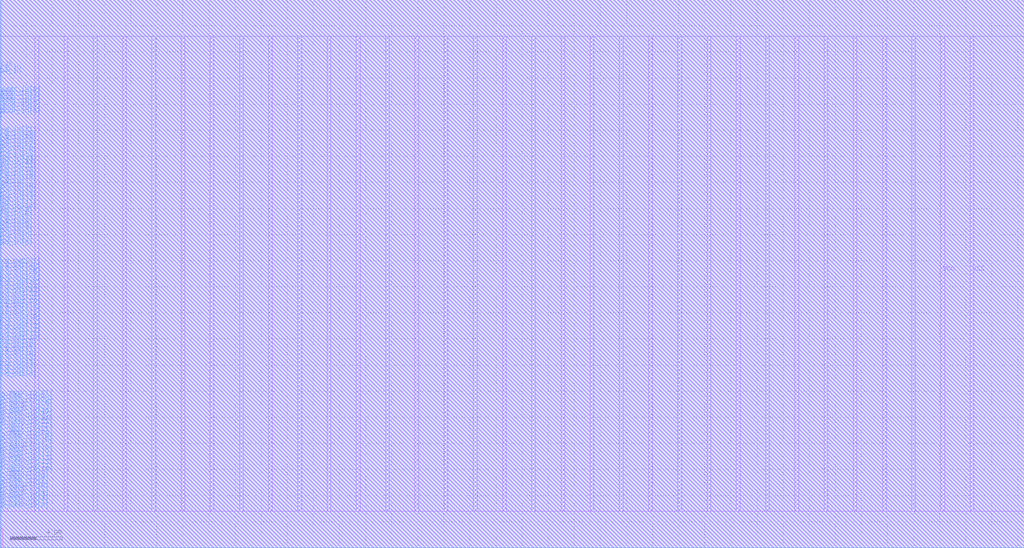
<source format=lef>
VERSION 5.7 ;
BUSBITCHARS "[]" ;
MACRO fakeram45_128x32_bottom
  FOREIGN fakeram45_128x32_bottom 0 0 ;
  SYMMETRY X Y R90 ;
  SIZE 0.19 BY 1.4 ;
  CLASS BLOCK ;
  PIN w_mask_in[0]
    DIRECTION INPUT ;
    USE SIGNAL ;
    SHAPE ABUTMENT ;
    PORT
      LAYER metal3 ;
      RECT 0.000 2.800 0.070 2.870 ;
    END
  END w_mask_in[0]
  PIN w_mask_in[1]
    DIRECTION INPUT ;
    USE SIGNAL ;
    SHAPE ABUTMENT ;
    PORT
      LAYER metal3 ;
      RECT 0.000 3.080 0.070 3.150 ;
    END
  END w_mask_in[1]
  PIN w_mask_in[2]
    DIRECTION INPUT ;
    USE SIGNAL ;
    SHAPE ABUTMENT ;
    PORT
      LAYER metal3 ;
      RECT 0.000 3.360 0.070 3.430 ;
    END
  END w_mask_in[2]
  PIN w_mask_in[3]
    DIRECTION INPUT ;
    USE SIGNAL ;
    SHAPE ABUTMENT ;
    PORT
      LAYER metal3 ;
      RECT 0.000 3.640 0.070 3.710 ;
    END
  END w_mask_in[3]
  PIN w_mask_in[4]
    DIRECTION INPUT ;
    USE SIGNAL ;
    SHAPE ABUTMENT ;
    PORT
      LAYER metal3 ;
      RECT 0.000 3.920 0.070 3.990 ;
    END
  END w_mask_in[4]
  PIN w_mask_in[5]
    DIRECTION INPUT ;
    USE SIGNAL ;
    SHAPE ABUTMENT ;
    PORT
      LAYER metal3 ;
      RECT 0.000 4.200 0.070 4.270 ;
    END
  END w_mask_in[5]
  PIN w_mask_in[6]
    DIRECTION INPUT ;
    USE SIGNAL ;
    SHAPE ABUTMENT ;
    PORT
      LAYER metal3 ;
      RECT 0.000 4.480 0.070 4.550 ;
    END
  END w_mask_in[6]
  PIN w_mask_in[7]
    DIRECTION INPUT ;
    USE SIGNAL ;
    SHAPE ABUTMENT ;
    PORT
      LAYER metal3 ;
      RECT 0.000 4.760 0.070 4.830 ;
    END
  END w_mask_in[7]
  PIN w_mask_in[8]
    DIRECTION INPUT ;
    USE SIGNAL ;
    SHAPE ABUTMENT ;
    PORT
      LAYER metal3 ;
      RECT 0.000 5.040 0.070 5.110 ;
    END
  END w_mask_in[8]
  PIN w_mask_in[9]
    DIRECTION INPUT ;
    USE SIGNAL ;
    SHAPE ABUTMENT ;
    PORT
      LAYER metal3 ;
      RECT 0.000 5.320 0.070 5.390 ;
    END
  END w_mask_in[9]
  PIN w_mask_in[10]
    DIRECTION INPUT ;
    USE SIGNAL ;
    SHAPE ABUTMENT ;
    PORT
      LAYER metal3 ;
      RECT 0.000 5.600 0.070 5.670 ;
    END
  END w_mask_in[10]
  PIN w_mask_in[11]
    DIRECTION INPUT ;
    USE SIGNAL ;
    SHAPE ABUTMENT ;
    PORT
      LAYER metal3 ;
      RECT 0.000 5.880 0.070 5.950 ;
    END
  END w_mask_in[11]
  PIN w_mask_in[12]
    DIRECTION INPUT ;
    USE SIGNAL ;
    SHAPE ABUTMENT ;
    PORT
      LAYER metal3 ;
      RECT 0.000 6.160 0.070 6.230 ;
    END
  END w_mask_in[12]
  PIN w_mask_in[13]
    DIRECTION INPUT ;
    USE SIGNAL ;
    SHAPE ABUTMENT ;
    PORT
      LAYER metal3 ;
      RECT 0.000 6.440 0.070 6.510 ;
    END
  END w_mask_in[13]
  PIN w_mask_in[14]
    DIRECTION INPUT ;
    USE SIGNAL ;
    SHAPE ABUTMENT ;
    PORT
      LAYER metal3 ;
      RECT 0.000 6.720 0.070 6.790 ;
    END
  END w_mask_in[14]
  PIN w_mask_in[15]
    DIRECTION INPUT ;
    USE SIGNAL ;
    SHAPE ABUTMENT ;
    PORT
      LAYER metal3 ;
      RECT 0.000 7.000 0.070 7.070 ;
    END
  END w_mask_in[15]
  PIN w_mask_in[16]
    DIRECTION INPUT ;
    USE SIGNAL ;
    SHAPE ABUTMENT ;
    PORT
      LAYER metal3 ;
      RECT 0.000 7.280 0.070 7.350 ;
    END
  END w_mask_in[16]
  PIN w_mask_in[17]
    DIRECTION INPUT ;
    USE SIGNAL ;
    SHAPE ABUTMENT ;
    PORT
      LAYER metal3 ;
      RECT 0.000 7.560 0.070 7.630 ;
    END
  END w_mask_in[17]
  PIN w_mask_in[18]
    DIRECTION INPUT ;
    USE SIGNAL ;
    SHAPE ABUTMENT ;
    PORT
      LAYER metal3 ;
      RECT 0.000 7.840 0.070 7.910 ;
    END
  END w_mask_in[18]
  PIN w_mask_in[19]
    DIRECTION INPUT ;
    USE SIGNAL ;
    SHAPE ABUTMENT ;
    PORT
      LAYER metal3 ;
      RECT 0.000 8.120 0.070 8.190 ;
    END
  END w_mask_in[19]
  PIN w_mask_in[20]
    DIRECTION INPUT ;
    USE SIGNAL ;
    SHAPE ABUTMENT ;
    PORT
      LAYER metal3 ;
      RECT 0.000 8.400 0.070 8.470 ;
    END
  END w_mask_in[20]
  PIN w_mask_in[21]
    DIRECTION INPUT ;
    USE SIGNAL ;
    SHAPE ABUTMENT ;
    PORT
      LAYER metal3 ;
      RECT 0.000 8.680 0.070 8.750 ;
    END
  END w_mask_in[21]
  PIN w_mask_in[22]
    DIRECTION INPUT ;
    USE SIGNAL ;
    SHAPE ABUTMENT ;
    PORT
      LAYER metal3 ;
      RECT 0.000 8.960 0.070 9.030 ;
    END
  END w_mask_in[22]
  PIN w_mask_in[23]
    DIRECTION INPUT ;
    USE SIGNAL ;
    SHAPE ABUTMENT ;
    PORT
      LAYER metal3 ;
      RECT 0.000 9.240 0.070 9.310 ;
    END
  END w_mask_in[23]
  PIN w_mask_in[24]
    DIRECTION INPUT ;
    USE SIGNAL ;
    SHAPE ABUTMENT ;
    PORT
      LAYER metal3 ;
      RECT 0.000 9.520 0.070 9.590 ;
    END
  END w_mask_in[24]
  PIN w_mask_in[25]
    DIRECTION INPUT ;
    USE SIGNAL ;
    SHAPE ABUTMENT ;
    PORT
      LAYER metal3 ;
      RECT 0.000 9.800 0.070 9.870 ;
    END
  END w_mask_in[25]
  PIN w_mask_in[26]
    DIRECTION INPUT ;
    USE SIGNAL ;
    SHAPE ABUTMENT ;
    PORT
      LAYER metal3 ;
      RECT 0.000 10.080 0.070 10.150 ;
    END
  END w_mask_in[26]
  PIN w_mask_in[27]
    DIRECTION INPUT ;
    USE SIGNAL ;
    SHAPE ABUTMENT ;
    PORT
      LAYER metal3 ;
      RECT 0.000 10.360 0.070 10.430 ;
    END
  END w_mask_in[27]
  PIN w_mask_in[28]
    DIRECTION INPUT ;
    USE SIGNAL ;
    SHAPE ABUTMENT ;
    PORT
      LAYER metal3 ;
      RECT 0.000 10.640 0.070 10.710 ;
    END
  END w_mask_in[28]
  PIN w_mask_in[29]
    DIRECTION INPUT ;
    USE SIGNAL ;
    SHAPE ABUTMENT ;
    PORT
      LAYER metal3 ;
      RECT 0.000 10.920 0.070 10.990 ;
    END
  END w_mask_in[29]
  PIN w_mask_in[30]
    DIRECTION INPUT ;
    USE SIGNAL ;
    SHAPE ABUTMENT ;
    PORT
      LAYER metal3 ;
      RECT 0.000 11.200 0.070 11.270 ;
    END
  END w_mask_in[30]
  PIN w_mask_in[31]
    DIRECTION INPUT ;
    USE SIGNAL ;
    SHAPE ABUTMENT ;
    PORT
      LAYER metal3 ;
      RECT 0.000 11.480 0.070 11.550 ;
    END
  END w_mask_in[31]
  PIN rd_out[0]
    DIRECTION OUTPUT ;
    USE SIGNAL ;
    SHAPE ABUTMENT ;
    PORT
      LAYER metal3 ;
      RECT 0.000 12.880 0.070 12.950 ;
    END
  END rd_out[0]
  PIN rd_out[1]
    DIRECTION OUTPUT ;
    USE SIGNAL ;
    SHAPE ABUTMENT ;
    PORT
      LAYER metal3 ;
      RECT 0.000 13.160 0.070 13.230 ;
    END
  END rd_out[1]
  PIN rd_out[2]
    DIRECTION OUTPUT ;
    USE SIGNAL ;
    SHAPE ABUTMENT ;
    PORT
      LAYER metal3 ;
      RECT 0.000 13.440 0.070 13.510 ;
    END
  END rd_out[2]
  PIN rd_out[3]
    DIRECTION OUTPUT ;
    USE SIGNAL ;
    SHAPE ABUTMENT ;
    PORT
      LAYER metal3 ;
      RECT 0.000 13.720 0.070 13.790 ;
    END
  END rd_out[3]
  PIN rd_out[4]
    DIRECTION OUTPUT ;
    USE SIGNAL ;
    SHAPE ABUTMENT ;
    PORT
      LAYER metal3 ;
      RECT 0.000 14.000 0.070 14.070 ;
    END
  END rd_out[4]
  PIN rd_out[5]
    DIRECTION OUTPUT ;
    USE SIGNAL ;
    SHAPE ABUTMENT ;
    PORT
      LAYER metal3 ;
      RECT 0.000 14.280 0.070 14.350 ;
    END
  END rd_out[5]
  PIN rd_out[6]
    DIRECTION OUTPUT ;
    USE SIGNAL ;
    SHAPE ABUTMENT ;
    PORT
      LAYER metal3 ;
      RECT 0.000 14.560 0.070 14.630 ;
    END
  END rd_out[6]
  PIN rd_out[7]
    DIRECTION OUTPUT ;
    USE SIGNAL ;
    SHAPE ABUTMENT ;
    PORT
      LAYER metal3 ;
      RECT 0.000 14.840 0.070 14.910 ;
    END
  END rd_out[7]
  PIN rd_out[8]
    DIRECTION OUTPUT ;
    USE SIGNAL ;
    SHAPE ABUTMENT ;
    PORT
      LAYER metal3 ;
      RECT 0.000 15.120 0.070 15.190 ;
    END
  END rd_out[8]
  PIN rd_out[9]
    DIRECTION OUTPUT ;
    USE SIGNAL ;
    SHAPE ABUTMENT ;
    PORT
      LAYER metal3 ;
      RECT 0.000 15.400 0.070 15.470 ;
    END
  END rd_out[9]
  PIN rd_out[10]
    DIRECTION OUTPUT ;
    USE SIGNAL ;
    SHAPE ABUTMENT ;
    PORT
      LAYER metal3 ;
      RECT 0.000 15.680 0.070 15.750 ;
    END
  END rd_out[10]
  PIN rd_out[11]
    DIRECTION OUTPUT ;
    USE SIGNAL ;
    SHAPE ABUTMENT ;
    PORT
      LAYER metal3 ;
      RECT 0.000 15.960 0.070 16.030 ;
    END
  END rd_out[11]
  PIN rd_out[12]
    DIRECTION OUTPUT ;
    USE SIGNAL ;
    SHAPE ABUTMENT ;
    PORT
      LAYER metal3 ;
      RECT 0.000 16.240 0.070 16.310 ;
    END
  END rd_out[12]
  PIN rd_out[13]
    DIRECTION OUTPUT ;
    USE SIGNAL ;
    SHAPE ABUTMENT ;
    PORT
      LAYER metal3 ;
      RECT 0.000 16.520 0.070 16.590 ;
    END
  END rd_out[13]
  PIN rd_out[14]
    DIRECTION OUTPUT ;
    USE SIGNAL ;
    SHAPE ABUTMENT ;
    PORT
      LAYER metal3 ;
      RECT 0.000 16.800 0.070 16.870 ;
    END
  END rd_out[14]
  PIN rd_out[15]
    DIRECTION OUTPUT ;
    USE SIGNAL ;
    SHAPE ABUTMENT ;
    PORT
      LAYER metal3 ;
      RECT 0.000 17.080 0.070 17.150 ;
    END
  END rd_out[15]
  PIN rd_out[16]
    DIRECTION OUTPUT ;
    USE SIGNAL ;
    SHAPE ABUTMENT ;
    PORT
      LAYER metal3 ;
      RECT 0.000 17.360 0.070 17.430 ;
    END
  END rd_out[16]
  PIN rd_out[17]
    DIRECTION OUTPUT ;
    USE SIGNAL ;
    SHAPE ABUTMENT ;
    PORT
      LAYER metal3 ;
      RECT 0.000 17.640 0.070 17.710 ;
    END
  END rd_out[17]
  PIN rd_out[18]
    DIRECTION OUTPUT ;
    USE SIGNAL ;
    SHAPE ABUTMENT ;
    PORT
      LAYER metal3 ;
      RECT 0.000 17.920 0.070 17.990 ;
    END
  END rd_out[18]
  PIN rd_out[19]
    DIRECTION OUTPUT ;
    USE SIGNAL ;
    SHAPE ABUTMENT ;
    PORT
      LAYER metal3 ;
      RECT 0.000 18.200 0.070 18.270 ;
    END
  END rd_out[19]
  PIN rd_out[20]
    DIRECTION OUTPUT ;
    USE SIGNAL ;
    SHAPE ABUTMENT ;
    PORT
      LAYER metal3 ;
      RECT 0.000 18.480 0.070 18.550 ;
    END
  END rd_out[20]
  PIN rd_out[21]
    DIRECTION OUTPUT ;
    USE SIGNAL ;
    SHAPE ABUTMENT ;
    PORT
      LAYER metal3 ;
      RECT 0.000 18.760 0.070 18.830 ;
    END
  END rd_out[21]
  PIN rd_out[22]
    DIRECTION OUTPUT ;
    USE SIGNAL ;
    SHAPE ABUTMENT ;
    PORT
      LAYER metal3 ;
      RECT 0.000 19.040 0.070 19.110 ;
    END
  END rd_out[22]
  PIN rd_out[23]
    DIRECTION OUTPUT ;
    USE SIGNAL ;
    SHAPE ABUTMENT ;
    PORT
      LAYER metal3 ;
      RECT 0.000 19.320 0.070 19.390 ;
    END
  END rd_out[23]
  PIN rd_out[24]
    DIRECTION OUTPUT ;
    USE SIGNAL ;
    SHAPE ABUTMENT ;
    PORT
      LAYER metal3 ;
      RECT 0.000 19.600 0.070 19.670 ;
    END
  END rd_out[24]
  PIN rd_out[25]
    DIRECTION OUTPUT ;
    USE SIGNAL ;
    SHAPE ABUTMENT ;
    PORT
      LAYER metal3 ;
      RECT 0.000 19.880 0.070 19.950 ;
    END
  END rd_out[25]
  PIN rd_out[26]
    DIRECTION OUTPUT ;
    USE SIGNAL ;
    SHAPE ABUTMENT ;
    PORT
      LAYER metal3 ;
      RECT 0.000 20.160 0.070 20.230 ;
    END
  END rd_out[26]
  PIN rd_out[27]
    DIRECTION OUTPUT ;
    USE SIGNAL ;
    SHAPE ABUTMENT ;
    PORT
      LAYER metal3 ;
      RECT 0.000 20.440 0.070 20.510 ;
    END
  END rd_out[27]
  PIN rd_out[28]
    DIRECTION OUTPUT ;
    USE SIGNAL ;
    SHAPE ABUTMENT ;
    PORT
      LAYER metal3 ;
      RECT 0.000 20.720 0.070 20.790 ;
    END
  END rd_out[28]
  PIN rd_out[29]
    DIRECTION OUTPUT ;
    USE SIGNAL ;
    SHAPE ABUTMENT ;
    PORT
      LAYER metal3 ;
      RECT 0.000 21.000 0.070 21.070 ;
    END
  END rd_out[29]
  PIN rd_out[30]
    DIRECTION OUTPUT ;
    USE SIGNAL ;
    SHAPE ABUTMENT ;
    PORT
      LAYER metal3 ;
      RECT 0.000 21.280 0.070 21.350 ;
    END
  END rd_out[30]
  PIN rd_out[31]
    DIRECTION OUTPUT ;
    USE SIGNAL ;
    SHAPE ABUTMENT ;
    PORT
      LAYER metal3 ;
      RECT 0.000 21.560 0.070 21.630 ;
    END
  END rd_out[31]
  PIN wd_in[0]
    DIRECTION INPUT ;
    USE SIGNAL ;
    SHAPE ABUTMENT ;
    PORT
      LAYER metal3 ;
      RECT 0.000 22.960 0.070 23.030 ;
    END
  END wd_in[0]
  PIN wd_in[1]
    DIRECTION INPUT ;
    USE SIGNAL ;
    SHAPE ABUTMENT ;
    PORT
      LAYER metal3 ;
      RECT 0.000 23.240 0.070 23.310 ;
    END
  END wd_in[1]
  PIN wd_in[2]
    DIRECTION INPUT ;
    USE SIGNAL ;
    SHAPE ABUTMENT ;
    PORT
      LAYER metal3 ;
      RECT 0.000 23.520 0.070 23.590 ;
    END
  END wd_in[2]
  PIN wd_in[3]
    DIRECTION INPUT ;
    USE SIGNAL ;
    SHAPE ABUTMENT ;
    PORT
      LAYER metal3 ;
      RECT 0.000 23.800 0.070 23.870 ;
    END
  END wd_in[3]
  PIN wd_in[4]
    DIRECTION INPUT ;
    USE SIGNAL ;
    SHAPE ABUTMENT ;
    PORT
      LAYER metal3 ;
      RECT 0.000 24.080 0.070 24.150 ;
    END
  END wd_in[4]
  PIN wd_in[5]
    DIRECTION INPUT ;
    USE SIGNAL ;
    SHAPE ABUTMENT ;
    PORT
      LAYER metal3 ;
      RECT 0.000 24.360 0.070 24.430 ;
    END
  END wd_in[5]
  PIN wd_in[6]
    DIRECTION INPUT ;
    USE SIGNAL ;
    SHAPE ABUTMENT ;
    PORT
      LAYER metal3 ;
      RECT 0.000 24.640 0.070 24.710 ;
    END
  END wd_in[6]
  PIN wd_in[7]
    DIRECTION INPUT ;
    USE SIGNAL ;
    SHAPE ABUTMENT ;
    PORT
      LAYER metal3 ;
      RECT 0.000 24.920 0.070 24.990 ;
    END
  END wd_in[7]
  PIN wd_in[8]
    DIRECTION INPUT ;
    USE SIGNAL ;
    SHAPE ABUTMENT ;
    PORT
      LAYER metal3 ;
      RECT 0.000 25.200 0.070 25.270 ;
    END
  END wd_in[8]
  PIN wd_in[9]
    DIRECTION INPUT ;
    USE SIGNAL ;
    SHAPE ABUTMENT ;
    PORT
      LAYER metal3 ;
      RECT 0.000 25.480 0.070 25.550 ;
    END
  END wd_in[9]
  PIN wd_in[10]
    DIRECTION INPUT ;
    USE SIGNAL ;
    SHAPE ABUTMENT ;
    PORT
      LAYER metal3 ;
      RECT 0.000 25.760 0.070 25.830 ;
    END
  END wd_in[10]
  PIN wd_in[11]
    DIRECTION INPUT ;
    USE SIGNAL ;
    SHAPE ABUTMENT ;
    PORT
      LAYER metal3 ;
      RECT 0.000 26.040 0.070 26.110 ;
    END
  END wd_in[11]
  PIN wd_in[12]
    DIRECTION INPUT ;
    USE SIGNAL ;
    SHAPE ABUTMENT ;
    PORT
      LAYER metal3 ;
      RECT 0.000 26.320 0.070 26.390 ;
    END
  END wd_in[12]
  PIN wd_in[13]
    DIRECTION INPUT ;
    USE SIGNAL ;
    SHAPE ABUTMENT ;
    PORT
      LAYER metal3 ;
      RECT 0.000 26.600 0.070 26.670 ;
    END
  END wd_in[13]
  PIN wd_in[14]
    DIRECTION INPUT ;
    USE SIGNAL ;
    SHAPE ABUTMENT ;
    PORT
      LAYER metal3 ;
      RECT 0.000 26.880 0.070 26.950 ;
    END
  END wd_in[14]
  PIN wd_in[15]
    DIRECTION INPUT ;
    USE SIGNAL ;
    SHAPE ABUTMENT ;
    PORT
      LAYER metal3 ;
      RECT 0.000 27.160 0.070 27.230 ;
    END
  END wd_in[15]
  PIN wd_in[16]
    DIRECTION INPUT ;
    USE SIGNAL ;
    SHAPE ABUTMENT ;
    PORT
      LAYER metal3 ;
      RECT 0.000 27.440 0.070 27.510 ;
    END
  END wd_in[16]
  PIN wd_in[17]
    DIRECTION INPUT ;
    USE SIGNAL ;
    SHAPE ABUTMENT ;
    PORT
      LAYER metal3 ;
      RECT 0.000 27.720 0.070 27.790 ;
    END
  END wd_in[17]
  PIN wd_in[18]
    DIRECTION INPUT ;
    USE SIGNAL ;
    SHAPE ABUTMENT ;
    PORT
      LAYER metal3 ;
      RECT 0.000 28.000 0.070 28.070 ;
    END
  END wd_in[18]
  PIN wd_in[19]
    DIRECTION INPUT ;
    USE SIGNAL ;
    SHAPE ABUTMENT ;
    PORT
      LAYER metal3 ;
      RECT 0.000 28.280 0.070 28.350 ;
    END
  END wd_in[19]
  PIN wd_in[20]
    DIRECTION INPUT ;
    USE SIGNAL ;
    SHAPE ABUTMENT ;
    PORT
      LAYER metal3 ;
      RECT 0.000 28.560 0.070 28.630 ;
    END
  END wd_in[20]
  PIN wd_in[21]
    DIRECTION INPUT ;
    USE SIGNAL ;
    SHAPE ABUTMENT ;
    PORT
      LAYER metal3 ;
      RECT 0.000 28.840 0.070 28.910 ;
    END
  END wd_in[21]
  PIN wd_in[22]
    DIRECTION INPUT ;
    USE SIGNAL ;
    SHAPE ABUTMENT ;
    PORT
      LAYER metal3 ;
      RECT 0.000 29.120 0.070 29.190 ;
    END
  END wd_in[22]
  PIN wd_in[23]
    DIRECTION INPUT ;
    USE SIGNAL ;
    SHAPE ABUTMENT ;
    PORT
      LAYER metal3 ;
      RECT 0.000 29.400 0.070 29.470 ;
    END
  END wd_in[23]
  PIN wd_in[24]
    DIRECTION INPUT ;
    USE SIGNAL ;
    SHAPE ABUTMENT ;
    PORT
      LAYER metal3 ;
      RECT 0.000 29.680 0.070 29.750 ;
    END
  END wd_in[24]
  PIN wd_in[25]
    DIRECTION INPUT ;
    USE SIGNAL ;
    SHAPE ABUTMENT ;
    PORT
      LAYER metal3 ;
      RECT 0.000 29.960 0.070 30.030 ;
    END
  END wd_in[25]
  PIN wd_in[26]
    DIRECTION INPUT ;
    USE SIGNAL ;
    SHAPE ABUTMENT ;
    PORT
      LAYER metal3 ;
      RECT 0.000 30.240 0.070 30.310 ;
    END
  END wd_in[26]
  PIN wd_in[27]
    DIRECTION INPUT ;
    USE SIGNAL ;
    SHAPE ABUTMENT ;
    PORT
      LAYER metal3 ;
      RECT 0.000 30.520 0.070 30.590 ;
    END
  END wd_in[27]
  PIN wd_in[28]
    DIRECTION INPUT ;
    USE SIGNAL ;
    SHAPE ABUTMENT ;
    PORT
      LAYER metal3 ;
      RECT 0.000 30.800 0.070 30.870 ;
    END
  END wd_in[28]
  PIN wd_in[29]
    DIRECTION INPUT ;
    USE SIGNAL ;
    SHAPE ABUTMENT ;
    PORT
      LAYER metal3 ;
      RECT 0.000 31.080 0.070 31.150 ;
    END
  END wd_in[29]
  PIN wd_in[30]
    DIRECTION INPUT ;
    USE SIGNAL ;
    SHAPE ABUTMENT ;
    PORT
      LAYER metal3 ;
      RECT 0.000 31.360 0.070 31.430 ;
    END
  END wd_in[30]
  PIN wd_in[31]
    DIRECTION INPUT ;
    USE SIGNAL ;
    SHAPE ABUTMENT ;
    PORT
      LAYER metal3 ;
      RECT 0.000 31.640 0.070 31.710 ;
    END
  END wd_in[31]
  PIN addr_in[0]
    DIRECTION INPUT ;
    USE SIGNAL ;
    SHAPE ABUTMENT ;
    PORT
      LAYER metal3 ;
      RECT 0.000 33.040 0.070 33.110 ;
    END
  END addr_in[0]
  PIN addr_in[1]
    DIRECTION INPUT ;
    USE SIGNAL ;
    SHAPE ABUTMENT ;
    PORT
      LAYER metal3 ;
      RECT 0.000 33.320 0.070 33.390 ;
    END
  END addr_in[1]
  PIN addr_in[2]
    DIRECTION INPUT ;
    USE SIGNAL ;
    SHAPE ABUTMENT ;
    PORT
      LAYER metal3 ;
      RECT 0.000 33.600 0.070 33.670 ;
    END
  END addr_in[2]
  PIN addr_in[3]
    DIRECTION INPUT ;
    USE SIGNAL ;
    SHAPE ABUTMENT ;
    PORT
      LAYER metal3 ;
      RECT 0.000 33.880 0.070 33.950 ;
    END
  END addr_in[3]
  PIN addr_in[4]
    DIRECTION INPUT ;
    USE SIGNAL ;
    SHAPE ABUTMENT ;
    PORT
      LAYER metal3 ;
      RECT 0.000 34.160 0.070 34.230 ;
    END
  END addr_in[4]
  PIN addr_in[5]
    DIRECTION INPUT ;
    USE SIGNAL ;
    SHAPE ABUTMENT ;
    PORT
      LAYER metal3 ;
      RECT 0.000 34.440 0.070 34.510 ;
    END
  END addr_in[5]
  PIN addr_in[6]
    DIRECTION INPUT ;
    USE SIGNAL ;
    SHAPE ABUTMENT ;
    PORT
      LAYER metal3 ;
      RECT 0.000 34.720 0.070 34.790 ;
    END
  END addr_in[6]
  PIN we_in
    DIRECTION INPUT ;
    USE SIGNAL ;
    SHAPE ABUTMENT ;
    PORT
      LAYER metal3 ;
      RECT 0.000 36.120 0.070 36.190 ;
    END
  END we_in
  PIN ce_in
    DIRECTION INPUT ;
    USE SIGNAL ;
    SHAPE ABUTMENT ;
    PORT
      LAYER metal3 ;
      RECT 0.000 36.400 0.070 36.470 ;
    END
  END ce_in
  PIN clk
    DIRECTION INPUT ;
    USE SIGNAL ;
    SHAPE ABUTMENT ;
    PORT
      LAYER metal3 ;
      RECT 0.000 36.680 0.070 36.750 ;
    END
  END clk
  PIN VSS
    DIRECTION INOUT ;
    USE GROUND ;
    PORT
      LAYER metal17 ;
      RECT 2.660 2.800 2.940 39.200 ;
      RECT 7.140 2.800 7.420 39.200 ;
      RECT 11.620 2.800 11.900 39.200 ;
      RECT 16.100 2.800 16.380 39.200 ;
      RECT 20.580 2.800 20.860 39.200 ;
      RECT 25.060 2.800 25.340 39.200 ;
      RECT 29.540 2.800 29.820 39.200 ;
      RECT 34.020 2.800 34.300 39.200 ;
      RECT 38.500 2.800 38.780 39.200 ;
      RECT 42.980 2.800 43.260 39.200 ;
      RECT 47.460 2.800 47.740 39.200 ;
      RECT 51.940 2.800 52.220 39.200 ;
      RECT 56.420 2.800 56.700 39.200 ;
      RECT 60.900 2.800 61.180 39.200 ;
      RECT 65.380 2.800 65.660 39.200 ;
      RECT 69.860 2.800 70.140 39.200 ;
      RECT 74.340 2.800 74.620 39.200 ;
    END
  END VSS
  PIN VDD
    DIRECTION INOUT ;
    USE POWER ;
    PORT
      LAYER metal17 ;
      RECT 4.900 2.800 5.180 39.200 ;
      RECT 9.380 2.800 9.660 39.200 ;
      RECT 13.860 2.800 14.140 39.200 ;
      RECT 18.340 2.800 18.620 39.200 ;
      RECT 22.820 2.800 23.100 39.200 ;
      RECT 27.300 2.800 27.580 39.200 ;
      RECT 31.780 2.800 32.060 39.200 ;
      RECT 36.260 2.800 36.540 39.200 ;
      RECT 40.740 2.800 41.020 39.200 ;
      RECT 45.220 2.800 45.500 39.200 ;
      RECT 49.700 2.800 49.980 39.200 ;
      RECT 54.180 2.800 54.460 39.200 ;
      RECT 58.660 2.800 58.940 39.200 ;
      RECT 63.140 2.800 63.420 39.200 ;
      RECT 67.620 2.800 67.900 39.200 ;
      RECT 72.100 2.800 72.380 39.200 ;
    END
  END VDD
  OBS
    LAYER metal20 ;
    RECT 0 0 78.470 42.000 ;
    LAYER metal19 ;
    RECT 0 0 78.470 42.000 ;
    LAYER metal3 ;
    RECT 0.070 0 78.470 42.000 ;
    RECT 0 0.000 0.070 2.800 ;
    RECT 0 2.870 0.070 3.080 ;
    RECT 0 3.150 0.070 3.360 ;
    RECT 0 3.430 0.070 3.640 ;
    RECT 0 3.710 0.070 3.920 ;
    RECT 0 3.990 0.070 4.200 ;
    RECT 0 4.270 0.070 4.480 ;
    RECT 0 4.550 0.070 4.760 ;
    RECT 0 4.830 0.070 5.040 ;
    RECT 0 5.110 0.070 5.320 ;
    RECT 0 5.390 0.070 5.600 ;
    RECT 0 5.670 0.070 5.880 ;
    RECT 0 5.950 0.070 6.160 ;
    RECT 0 6.230 0.070 6.440 ;
    RECT 0 6.510 0.070 6.720 ;
    RECT 0 6.790 0.070 7.000 ;
    RECT 0 7.070 0.070 7.280 ;
    RECT 0 7.350 0.070 7.560 ;
    RECT 0 7.630 0.070 7.840 ;
    RECT 0 7.910 0.070 8.120 ;
    RECT 0 8.190 0.070 8.400 ;
    RECT 0 8.470 0.070 8.680 ;
    RECT 0 8.750 0.070 8.960 ;
    RECT 0 9.030 0.070 9.240 ;
    RECT 0 9.310 0.070 9.520 ;
    RECT 0 9.590 0.070 9.800 ;
    RECT 0 9.870 0.070 10.080 ;
    RECT 0 10.150 0.070 10.360 ;
    RECT 0 10.430 0.070 10.640 ;
    RECT 0 10.710 0.070 10.920 ;
    RECT 0 10.990 0.070 11.200 ;
    RECT 0 11.270 0.070 11.480 ;
    RECT 0 11.550 0.070 12.880 ;
    RECT 0 12.950 0.070 13.160 ;
    RECT 0 13.230 0.070 13.440 ;
    RECT 0 13.510 0.070 13.720 ;
    RECT 0 13.790 0.070 14.000 ;
    RECT 0 14.070 0.070 14.280 ;
    RECT 0 14.350 0.070 14.560 ;
    RECT 0 14.630 0.070 14.840 ;
    RECT 0 14.910 0.070 15.120 ;
    RECT 0 15.190 0.070 15.400 ;
    RECT 0 15.470 0.070 15.680 ;
    RECT 0 15.750 0.070 15.960 ;
    RECT 0 16.030 0.070 16.240 ;
    RECT 0 16.310 0.070 16.520 ;
    RECT 0 16.590 0.070 16.800 ;
    RECT 0 16.870 0.070 17.080 ;
    RECT 0 17.150 0.070 17.360 ;
    RECT 0 17.430 0.070 17.640 ;
    RECT 0 17.710 0.070 17.920 ;
    RECT 0 17.990 0.070 18.200 ;
    RECT 0 18.270 0.070 18.480 ;
    RECT 0 18.550 0.070 18.760 ;
    RECT 0 18.830 0.070 19.040 ;
    RECT 0 19.110 0.070 19.320 ;
    RECT 0 19.390 0.070 19.600 ;
    RECT 0 19.670 0.070 19.880 ;
    RECT 0 19.950 0.070 20.160 ;
    RECT 0 20.230 0.070 20.440 ;
    RECT 0 20.510 0.070 20.720 ;
    RECT 0 20.790 0.070 21.000 ;
    RECT 0 21.070 0.070 21.280 ;
    RECT 0 21.350 0.070 21.560 ;
    RECT 0 21.630 0.070 22.960 ;
    RECT 0 23.030 0.070 23.240 ;
    RECT 0 23.310 0.070 23.520 ;
    RECT 0 23.590 0.070 23.800 ;
    RECT 0 23.870 0.070 24.080 ;
    RECT 0 24.150 0.070 24.360 ;
    RECT 0 24.430 0.070 24.640 ;
    RECT 0 24.710 0.070 24.920 ;
    RECT 0 24.990 0.070 25.200 ;
    RECT 0 25.270 0.070 25.480 ;
    RECT 0 25.550 0.070 25.760 ;
    RECT 0 25.830 0.070 26.040 ;
    RECT 0 26.110 0.070 26.320 ;
    RECT 0 26.390 0.070 26.600 ;
    RECT 0 26.670 0.070 26.880 ;
    RECT 0 26.950 0.070 27.160 ;
    RECT 0 27.230 0.070 27.440 ;
    RECT 0 27.510 0.070 27.720 ;
    RECT 0 27.790 0.070 28.000 ;
    RECT 0 28.070 0.070 28.280 ;
    RECT 0 28.350 0.070 28.560 ;
    RECT 0 28.630 0.070 28.840 ;
    RECT 0 28.910 0.070 29.120 ;
    RECT 0 29.190 0.070 29.400 ;
    RECT 0 29.470 0.070 29.680 ;
    RECT 0 29.750 0.070 29.960 ;
    RECT 0 30.030 0.070 30.240 ;
    RECT 0 30.310 0.070 30.520 ;
    RECT 0 30.590 0.070 30.800 ;
    RECT 0 30.870 0.070 31.080 ;
    RECT 0 31.150 0.070 31.360 ;
    RECT 0 31.430 0.070 31.640 ;
    RECT 0 31.710 0.070 33.040 ;
    RECT 0 33.110 0.070 33.320 ;
    RECT 0 33.390 0.070 33.600 ;
    RECT 0 33.670 0.070 33.880 ;
    RECT 0 33.950 0.070 34.160 ;
    RECT 0 34.230 0.070 34.440 ;
    RECT 0 34.510 0.070 34.720 ;
    RECT 0 34.790 0.070 36.120 ;
    RECT 0 36.190 0.070 36.400 ;
    RECT 0 36.470 0.070 36.680 ;
    RECT 0 36.750 0.070 42.000 ;
    LAYER metal17 ;
    RECT 0 0 78.470 2.800 ;
    RECT 0 39.200 78.470 42.000 ;
    RECT 0.000 2.800 2.660 39.200 ;
    RECT 2.940 2.800 4.900 39.200 ;
    RECT 5.180 2.800 7.140 39.200 ;
    RECT 7.420 2.800 9.380 39.200 ;
    RECT 9.660 2.800 11.620 39.200 ;
    RECT 11.900 2.800 13.860 39.200 ;
    RECT 14.140 2.800 16.100 39.200 ;
    RECT 16.380 2.800 18.340 39.200 ;
    RECT 18.620 2.800 20.580 39.200 ;
    RECT 20.860 2.800 22.820 39.200 ;
    RECT 23.100 2.800 25.060 39.200 ;
    RECT 25.340 2.800 27.300 39.200 ;
    RECT 27.580 2.800 29.540 39.200 ;
    RECT 29.820 2.800 31.780 39.200 ;
    RECT 32.060 2.800 34.020 39.200 ;
    RECT 34.300 2.800 36.260 39.200 ;
    RECT 36.540 2.800 38.500 39.200 ;
    RECT 38.780 2.800 40.740 39.200 ;
    RECT 41.020 2.800 42.980 39.200 ;
    RECT 43.260 2.800 45.220 39.200 ;
    RECT 45.500 2.800 47.460 39.200 ;
    RECT 47.740 2.800 49.700 39.200 ;
    RECT 49.980 2.800 51.940 39.200 ;
    RECT 52.220 2.800 54.180 39.200 ;
    RECT 54.460 2.800 56.420 39.200 ;
    RECT 56.700 2.800 58.660 39.200 ;
    RECT 58.940 2.800 60.900 39.200 ;
    RECT 61.180 2.800 63.140 39.200 ;
    RECT 63.420 2.800 65.380 39.200 ;
    RECT 65.660 2.800 67.620 39.200 ;
    RECT 67.900 2.800 69.860 39.200 ;
    RECT 70.140 2.800 72.100 39.200 ;
    RECT 72.380 2.800 74.340 39.200 ;
    RECT 74.620 2.800 78.470 39.200 ;
  END
END fakeram45_128x32_bottom

END LIBRARY

</source>
